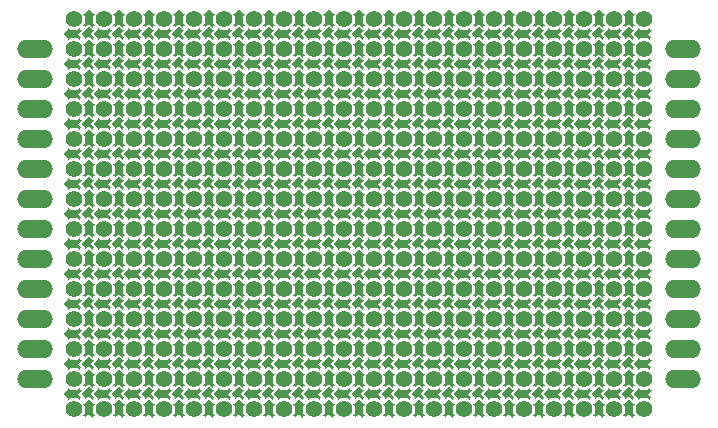
<source format=gbr>
G04 #@! TF.GenerationSoftware,KiCad,Pcbnew,9.0.1*
G04 #@! TF.CreationDate,2025-05-07T17:11:04-04:00*
G04 #@! TF.ProjectId,matrix-protoboard_14x20,6d617472-6978-42d7-9072-6f746f626f61,rev?*
G04 #@! TF.SameCoordinates,Original*
G04 #@! TF.FileFunction,Copper,L1,Top*
G04 #@! TF.FilePolarity,Positive*
%FSLAX46Y46*%
G04 Gerber Fmt 4.6, Leading zero omitted, Abs format (unit mm)*
G04 Created by KiCad (PCBNEW 9.0.1) date 2025-05-07 17:11:04*
%MOMM*%
%LPD*%
G01*
G04 APERTURE LIST*
G04 Aperture macros list*
%AMFreePoly0*
4,1,38,0.000354,0.765354,0.325208,0.440500,0.550000,0.440500,0.550354,0.440354,0.550500,0.440000,0.550354,0.439646,0.350500,0.239792,0.350500,-0.359792,0.550354,-0.559646,0.550500,-0.560000,0.550354,-0.560354,0.550000,-0.560500,0.338500,-0.560500,0.338500,-0.763000,0.338354,-0.763354,0.338000,-0.763500,0.337646,-0.763354,-0.000208,-0.425500,-0.009792,-0.425500,-0.347646,-0.763354,
-0.348000,-0.763500,-0.348354,-0.763354,-0.348500,-0.763000,-0.348500,-0.560500,-0.550000,-0.560500,-0.550354,-0.560354,-0.550500,-0.560000,-0.550354,-0.559646,-0.350500,-0.359792,-0.350500,0.239792,-0.550354,0.439646,-0.550500,0.440000,-0.550354,0.440354,-0.550000,0.440500,-0.325208,0.440500,-0.000354,0.765354,0.000000,0.765500,0.000354,0.765354,0.000354,0.765354,$1*%
%AMFreePoly1*
4,1,28,0.060354,0.560354,0.357208,0.263500,0.583000,0.263500,0.583354,0.263354,0.583500,0.263000,0.583354,0.262646,0.235708,-0.085000,0.582354,-0.431646,0.582500,-0.432000,0.582354,-0.432354,0.582000,-0.432500,0.407500,-0.432500,0.407500,-0.607000,0.407354,-0.607354,0.407000,-0.607500,0.406646,-0.607354,0.060000,-0.260708,-0.287646,-0.608354,-0.288000,-0.608500,-0.288354,-0.608354,
-0.288500,-0.608000,-0.288500,-0.382208,-0.585354,-0.085354,-0.585500,-0.085000,-0.585354,-0.084646,0.059646,0.560354,0.060000,0.560500,0.060354,0.560354,0.060354,0.560354,$1*%
G04 Aperture macros list end*
G04 #@! TA.AperFunction,ComponentPad*
%ADD10C,1.400000*%
G04 #@! TD*
G04 #@! TA.AperFunction,SMDPad,CuDef*
%ADD11FreePoly0,90.000000*%
G04 #@! TD*
G04 #@! TA.AperFunction,SMDPad,CuDef*
%ADD12FreePoly1,0.000000*%
G04 #@! TD*
G04 #@! TA.AperFunction,SMDPad,CuDef*
%ADD13FreePoly0,0.000000*%
G04 #@! TD*
G04 #@! TA.AperFunction,SMDPad,CuDef*
%ADD14O,3.048000X1.524000*%
G04 #@! TD*
G04 APERTURE END LIST*
D10*
X157470000Y-85580000D03*
X157470000Y-75420000D03*
D11*
X152330000Y-86850000D03*
D10*
X152390000Y-90660000D03*
X162550000Y-88120000D03*
D12*
X184080000Y-94385000D03*
X156140000Y-74065000D03*
D10*
X175250000Y-90660000D03*
D12*
X145980000Y-91845000D03*
D10*
X139690000Y-93200000D03*
D11*
X175190000Y-81770000D03*
D13*
X158740000Y-85520000D03*
X166360000Y-90600000D03*
D11*
X182810000Y-99550000D03*
X157410000Y-102090000D03*
D10*
X175250000Y-83040000D03*
D12*
X168840000Y-94385000D03*
D11*
X157410000Y-81770000D03*
X149790000Y-91930000D03*
D10*
X139690000Y-88120000D03*
X149850000Y-93200000D03*
D13*
X158740000Y-77900000D03*
D12*
X158680000Y-86765000D03*
D13*
X151120000Y-77900000D03*
D10*
X147310000Y-95740000D03*
D13*
X140960000Y-82980000D03*
X171440000Y-90600000D03*
X171440000Y-80440000D03*
X184140000Y-88060000D03*
D10*
X172710000Y-77960000D03*
D13*
X153660000Y-85520000D03*
X143500000Y-93140000D03*
X168900000Y-95680000D03*
D12*
X151060000Y-86765000D03*
D11*
X180270000Y-94470000D03*
X142170000Y-76690000D03*
D13*
X171440000Y-77900000D03*
X156200000Y-93140000D03*
D12*
X140900000Y-76605000D03*
D11*
X165030000Y-104630000D03*
D13*
X176520000Y-93140000D03*
D11*
X154870000Y-94470000D03*
X170110000Y-104630000D03*
X157410000Y-99550000D03*
X175190000Y-102090000D03*
X170110000Y-84310000D03*
D10*
X139690000Y-85580000D03*
X170170000Y-98280000D03*
D11*
X185350000Y-84310000D03*
D10*
X149850000Y-105900000D03*
D13*
X143500000Y-100760000D03*
D10*
X160010000Y-100820000D03*
D11*
X175190000Y-84310000D03*
X187890000Y-89390000D03*
D10*
X147310000Y-72880000D03*
D11*
X152330000Y-102090000D03*
D10*
X170170000Y-80500000D03*
D13*
X181600000Y-103300000D03*
X179060000Y-88060000D03*
D10*
X139690000Y-98280000D03*
X170170000Y-75420000D03*
D13*
X176520000Y-80440000D03*
D11*
X185350000Y-74150000D03*
D10*
X157470000Y-90660000D03*
D11*
X142170000Y-81770000D03*
D12*
X181540000Y-91845000D03*
D11*
X187890000Y-102090000D03*
X175190000Y-99550000D03*
X159950000Y-86850000D03*
X170110000Y-102090000D03*
X180270000Y-74150000D03*
D12*
X156140000Y-84225000D03*
D13*
X168900000Y-88060000D03*
D10*
X142230000Y-75420000D03*
D13*
X158740000Y-100760000D03*
D12*
X148520000Y-76605000D03*
D14*
X136386000Y-77960000D03*
D10*
X177790000Y-98280000D03*
D13*
X166360000Y-80440000D03*
D11*
X142170000Y-79230000D03*
D10*
X182870000Y-93200000D03*
D11*
X144710000Y-91930000D03*
D12*
X168840000Y-89305000D03*
D11*
X144710000Y-76690000D03*
D12*
X179000000Y-91845000D03*
D11*
X144710000Y-97010000D03*
D10*
X152390000Y-80500000D03*
D12*
X171380000Y-81685000D03*
D10*
X167630000Y-90660000D03*
D12*
X151060000Y-104545000D03*
X161220000Y-84225000D03*
D10*
X170170000Y-85580000D03*
D11*
X167570000Y-97010000D03*
X182810000Y-91930000D03*
D12*
X151060000Y-79145000D03*
X168840000Y-74065000D03*
X158680000Y-89305000D03*
D10*
X149850000Y-103360000D03*
D13*
X156200000Y-88060000D03*
D10*
X154930000Y-95740000D03*
X149850000Y-95740000D03*
D11*
X172650000Y-91930000D03*
D14*
X136386000Y-85580000D03*
D12*
X186620000Y-99465000D03*
D13*
X176520000Y-95680000D03*
D12*
X173920000Y-86765000D03*
D10*
X160010000Y-93200000D03*
D11*
X147250000Y-76690000D03*
D12*
X181540000Y-96925000D03*
X145980000Y-99465000D03*
D11*
X167570000Y-94470000D03*
D10*
X144770000Y-93200000D03*
X172710000Y-88120000D03*
X170170000Y-88120000D03*
D12*
X171380000Y-84225000D03*
X176460000Y-86765000D03*
D11*
X177730000Y-89390000D03*
D10*
X160010000Y-103360000D03*
D11*
X144710000Y-84310000D03*
D10*
X172710000Y-90660000D03*
X142230000Y-83040000D03*
D11*
X159950000Y-104630000D03*
X172650000Y-84310000D03*
D10*
X165090000Y-80500000D03*
D12*
X156140000Y-89305000D03*
D11*
X170110000Y-91930000D03*
D10*
X162550000Y-105900000D03*
D11*
X165030000Y-81770000D03*
X147250000Y-89390000D03*
X139630000Y-74150000D03*
D12*
X179000000Y-104545000D03*
D13*
X181600000Y-80440000D03*
D11*
X154870000Y-84310000D03*
D10*
X167630000Y-95740000D03*
D14*
X191250000Y-80500000D03*
D13*
X173980000Y-100760000D03*
D12*
X181540000Y-79145000D03*
X166300000Y-96925000D03*
X161220000Y-74065000D03*
D11*
X149790000Y-94470000D03*
D13*
X166360000Y-100760000D03*
D10*
X172710000Y-100820000D03*
X185410000Y-75420000D03*
D11*
X175190000Y-94470000D03*
D13*
X181600000Y-85520000D03*
D11*
X159950000Y-94470000D03*
D10*
X177790000Y-103360000D03*
D11*
X162490000Y-94470000D03*
D13*
X148580000Y-103300000D03*
D14*
X136386000Y-95740000D03*
D11*
X144710000Y-74150000D03*
D12*
X168840000Y-96925000D03*
D11*
X139630000Y-91930000D03*
X159950000Y-79230000D03*
D10*
X157470000Y-95740000D03*
X185410000Y-100820000D03*
D13*
X153660000Y-90600000D03*
D12*
X156140000Y-94385000D03*
D11*
X177730000Y-81770000D03*
X172650000Y-99550000D03*
D10*
X182870000Y-90660000D03*
X167630000Y-103360000D03*
D11*
X182810000Y-102090000D03*
D13*
X156200000Y-85520000D03*
D12*
X148520000Y-74065000D03*
D13*
X153660000Y-100760000D03*
X143500000Y-72820000D03*
X163820000Y-82980000D03*
D11*
X165030000Y-94470000D03*
D12*
X186620000Y-86765000D03*
D14*
X191250000Y-98280000D03*
D13*
X151120000Y-95680000D03*
D10*
X167630000Y-98280000D03*
X180330000Y-90660000D03*
X167630000Y-93200000D03*
X162550000Y-77960000D03*
D11*
X157410000Y-89390000D03*
X152330000Y-99550000D03*
D10*
X180330000Y-72880000D03*
X139690000Y-75420000D03*
D12*
X151060000Y-102005000D03*
X140900000Y-96925000D03*
D11*
X154870000Y-86850000D03*
D12*
X145980000Y-74065000D03*
D13*
X158740000Y-82980000D03*
D10*
X172710000Y-85580000D03*
D11*
X177730000Y-86850000D03*
X144710000Y-94470000D03*
D10*
X157470000Y-100820000D03*
D13*
X173980000Y-72820000D03*
X179060000Y-98220000D03*
D11*
X167570000Y-104630000D03*
D10*
X182870000Y-100820000D03*
D11*
X185350000Y-89390000D03*
D12*
X186620000Y-91845000D03*
D13*
X186680000Y-77900000D03*
D14*
X136386000Y-80500000D03*
D10*
X149850000Y-90660000D03*
D13*
X143500000Y-75360000D03*
D10*
X152390000Y-77960000D03*
D11*
X159950000Y-84310000D03*
D10*
X152390000Y-98280000D03*
X144770000Y-88120000D03*
D14*
X136386000Y-103360000D03*
D10*
X170170000Y-95740000D03*
D12*
X181540000Y-81685000D03*
D10*
X165090000Y-88120000D03*
D13*
X156200000Y-90600000D03*
D10*
X170170000Y-103360000D03*
D12*
X163760000Y-79145000D03*
D11*
X154870000Y-79230000D03*
X175190000Y-86850000D03*
D13*
X176520000Y-88060000D03*
D11*
X149790000Y-74150000D03*
D13*
X161280000Y-77900000D03*
D10*
X160010000Y-83040000D03*
D13*
X148580000Y-80440000D03*
X140960000Y-105840000D03*
D10*
X142230000Y-100820000D03*
X142230000Y-88120000D03*
D11*
X139630000Y-97010000D03*
D10*
X154930000Y-98280000D03*
D13*
X146040000Y-85520000D03*
D11*
X167570000Y-102090000D03*
D13*
X148580000Y-77900000D03*
D12*
X176460000Y-84225000D03*
D13*
X173980000Y-75360000D03*
X156200000Y-95680000D03*
D10*
X180330000Y-98280000D03*
D12*
X173920000Y-91845000D03*
D10*
X152390000Y-93200000D03*
D13*
X166360000Y-85520000D03*
D10*
X144770000Y-75420000D03*
D13*
X140960000Y-93140000D03*
D12*
X181540000Y-89305000D03*
D13*
X186680000Y-93140000D03*
X181600000Y-98220000D03*
D11*
X144710000Y-89390000D03*
X167570000Y-81770000D03*
X154870000Y-97010000D03*
X142170000Y-102090000D03*
D10*
X147310000Y-93200000D03*
D12*
X168840000Y-81685000D03*
X161220000Y-94385000D03*
D10*
X172710000Y-93200000D03*
D13*
X181600000Y-105840000D03*
D11*
X152330000Y-74150000D03*
D10*
X182870000Y-85580000D03*
X160010000Y-80500000D03*
D13*
X179060000Y-82980000D03*
D12*
X161220000Y-81685000D03*
D10*
X177790000Y-72880000D03*
D14*
X191250000Y-75420000D03*
D13*
X171440000Y-98220000D03*
D11*
X154870000Y-104630000D03*
D10*
X152390000Y-103360000D03*
X142230000Y-93200000D03*
D12*
X153600000Y-74065000D03*
D10*
X154930000Y-72880000D03*
D11*
X172650000Y-89390000D03*
D13*
X166360000Y-98220000D03*
X151120000Y-72820000D03*
D12*
X179000000Y-74065000D03*
X171380000Y-99465000D03*
D13*
X184140000Y-85520000D03*
D10*
X177790000Y-95740000D03*
X147310000Y-80500000D03*
D11*
X152330000Y-81770000D03*
D12*
X140900000Y-81685000D03*
D11*
X162490000Y-86850000D03*
D10*
X185410000Y-105900000D03*
X162550000Y-100820000D03*
D12*
X163760000Y-84225000D03*
D10*
X157470000Y-105900000D03*
D11*
X185350000Y-81770000D03*
D10*
X187950000Y-105900000D03*
D11*
X159950000Y-74150000D03*
D12*
X145980000Y-84225000D03*
D10*
X180330000Y-88120000D03*
X149850000Y-72880000D03*
X180330000Y-95740000D03*
X172710000Y-95740000D03*
X154930000Y-88120000D03*
D11*
X154870000Y-99550000D03*
D10*
X177790000Y-105900000D03*
D11*
X172650000Y-81770000D03*
D12*
X179000000Y-94385000D03*
D13*
X156200000Y-80440000D03*
D11*
X187890000Y-97010000D03*
X144710000Y-102090000D03*
D13*
X181600000Y-93140000D03*
D11*
X152330000Y-104630000D03*
D13*
X166360000Y-93140000D03*
D10*
X142230000Y-85580000D03*
D13*
X143500000Y-85520000D03*
X163820000Y-93140000D03*
D14*
X191250000Y-103360000D03*
D13*
X148580000Y-82980000D03*
D11*
X187890000Y-99550000D03*
D13*
X158740000Y-88060000D03*
D12*
X179000000Y-86765000D03*
D13*
X173980000Y-82980000D03*
D12*
X145980000Y-79145000D03*
X181540000Y-84225000D03*
D11*
X177730000Y-76690000D03*
D10*
X149850000Y-88120000D03*
D13*
X179060000Y-90600000D03*
X140960000Y-95680000D03*
X158740000Y-75360000D03*
D12*
X153600000Y-84225000D03*
D13*
X166360000Y-88060000D03*
X161280000Y-85520000D03*
D11*
X165030000Y-74150000D03*
D13*
X168900000Y-77900000D03*
D12*
X161220000Y-96925000D03*
D11*
X165030000Y-102090000D03*
D13*
X186680000Y-105840000D03*
D10*
X187950000Y-103360000D03*
D13*
X148580000Y-93140000D03*
D11*
X162490000Y-102090000D03*
D13*
X146040000Y-105840000D03*
D12*
X173920000Y-102005000D03*
D13*
X176520000Y-82980000D03*
D11*
X170110000Y-74150000D03*
D13*
X163820000Y-88060000D03*
D11*
X180270000Y-76690000D03*
D10*
X142230000Y-98280000D03*
D14*
X136386000Y-75420000D03*
D13*
X173980000Y-77900000D03*
D10*
X182870000Y-103360000D03*
X172710000Y-80500000D03*
X175250000Y-77960000D03*
X172710000Y-98280000D03*
X187950000Y-77960000D03*
D13*
X163820000Y-72820000D03*
X140960000Y-98220000D03*
X151120000Y-88060000D03*
X158740000Y-95680000D03*
D10*
X182870000Y-72880000D03*
X172710000Y-83040000D03*
D13*
X173980000Y-93140000D03*
D11*
X187890000Y-91930000D03*
D13*
X161280000Y-105840000D03*
D12*
X186620000Y-102005000D03*
D10*
X162550000Y-103360000D03*
D11*
X147250000Y-84310000D03*
D13*
X146040000Y-75360000D03*
D11*
X147250000Y-97010000D03*
D12*
X181540000Y-86765000D03*
D14*
X191250000Y-77960000D03*
D12*
X145980000Y-81685000D03*
D11*
X139630000Y-104630000D03*
D10*
X139690000Y-95740000D03*
X187950000Y-75420000D03*
D13*
X158740000Y-93140000D03*
D10*
X139690000Y-100820000D03*
X185410000Y-98280000D03*
D13*
X179060000Y-103300000D03*
D11*
X187890000Y-94470000D03*
D13*
X161280000Y-95680000D03*
X166360000Y-95680000D03*
D14*
X191250000Y-83040000D03*
D10*
X177790000Y-88120000D03*
D12*
X186620000Y-74065000D03*
D11*
X185350000Y-99550000D03*
D13*
X186680000Y-98220000D03*
D12*
X184080000Y-86765000D03*
D14*
X136386000Y-93200000D03*
D12*
X168840000Y-79145000D03*
D11*
X182810000Y-81770000D03*
D10*
X139690000Y-90660000D03*
D13*
X168900000Y-105840000D03*
D10*
X144770000Y-83040000D03*
X147310000Y-77960000D03*
X147310000Y-83040000D03*
D13*
X161280000Y-72820000D03*
D11*
X147250000Y-74150000D03*
D12*
X143440000Y-74065000D03*
D13*
X148580000Y-90600000D03*
D11*
X175190000Y-104630000D03*
X157410000Y-79230000D03*
D10*
X180330000Y-93200000D03*
D11*
X149790000Y-79230000D03*
D10*
X149850000Y-85580000D03*
X144770000Y-72880000D03*
X160010000Y-105900000D03*
D12*
X156140000Y-79145000D03*
D13*
X153660000Y-75360000D03*
D12*
X153600000Y-94385000D03*
D10*
X177790000Y-93200000D03*
D11*
X149790000Y-86850000D03*
X147250000Y-94470000D03*
X162490000Y-76690000D03*
D10*
X149850000Y-83040000D03*
D12*
X143440000Y-104545000D03*
D13*
X173980000Y-98220000D03*
D10*
X180330000Y-75420000D03*
D12*
X161220000Y-102005000D03*
D13*
X156200000Y-103300000D03*
D12*
X148520000Y-84225000D03*
X140900000Y-102005000D03*
D13*
X184140000Y-90600000D03*
D12*
X148520000Y-86765000D03*
X145980000Y-102005000D03*
D13*
X146040000Y-82980000D03*
D10*
X160010000Y-72880000D03*
X142230000Y-103360000D03*
D13*
X173980000Y-80440000D03*
D11*
X147250000Y-91930000D03*
X180270000Y-84310000D03*
D10*
X185410000Y-85580000D03*
D11*
X187890000Y-79230000D03*
X180270000Y-97010000D03*
D12*
X158680000Y-99465000D03*
X179000000Y-84225000D03*
D13*
X156200000Y-72820000D03*
D10*
X180330000Y-103360000D03*
D11*
X182810000Y-86850000D03*
X154870000Y-91930000D03*
X144710000Y-99550000D03*
X167570000Y-89390000D03*
D13*
X140960000Y-90600000D03*
D12*
X168840000Y-86765000D03*
D10*
X167630000Y-75420000D03*
D12*
X171380000Y-91845000D03*
D10*
X172710000Y-105900000D03*
X182870000Y-98280000D03*
D11*
X165030000Y-91930000D03*
D13*
X148580000Y-85520000D03*
D12*
X166300000Y-76605000D03*
X143440000Y-76605000D03*
D11*
X147250000Y-86850000D03*
D12*
X181540000Y-104545000D03*
X184080000Y-79145000D03*
X166300000Y-99465000D03*
D10*
X175250000Y-100820000D03*
D13*
X168900000Y-75360000D03*
D12*
X161220000Y-76605000D03*
X143440000Y-84225000D03*
X176460000Y-76605000D03*
D11*
X187890000Y-84310000D03*
D13*
X171440000Y-88060000D03*
D12*
X171380000Y-74065000D03*
D11*
X180270000Y-81770000D03*
D10*
X144770000Y-95740000D03*
D12*
X158680000Y-84225000D03*
D13*
X153660000Y-82980000D03*
D11*
X177730000Y-104630000D03*
D10*
X142230000Y-95740000D03*
D12*
X161220000Y-89305000D03*
X148520000Y-81685000D03*
D10*
X157470000Y-83040000D03*
D13*
X179060000Y-93140000D03*
D10*
X144770000Y-103360000D03*
D13*
X173980000Y-105840000D03*
X171440000Y-100760000D03*
D11*
X177730000Y-91930000D03*
D13*
X158740000Y-103300000D03*
D12*
X176460000Y-104545000D03*
D11*
X172650000Y-74150000D03*
D10*
X172710000Y-103360000D03*
X154930000Y-90660000D03*
D13*
X163820000Y-103300000D03*
D14*
X136386000Y-98280000D03*
D10*
X165090000Y-98280000D03*
D13*
X148580000Y-75360000D03*
D12*
X140900000Y-89305000D03*
D10*
X160010000Y-85580000D03*
D12*
X184080000Y-81685000D03*
D11*
X154870000Y-81770000D03*
D12*
X176460000Y-74065000D03*
D13*
X158740000Y-98220000D03*
D12*
X143440000Y-86765000D03*
D13*
X166360000Y-105840000D03*
D12*
X151060000Y-94385000D03*
D11*
X157410000Y-104630000D03*
D13*
X156200000Y-82980000D03*
D11*
X180270000Y-104630000D03*
X175190000Y-79230000D03*
D10*
X162550000Y-98280000D03*
D13*
X151120000Y-100760000D03*
X181600000Y-95680000D03*
D11*
X147250000Y-99550000D03*
X177730000Y-97010000D03*
D13*
X166360000Y-72820000D03*
D12*
X148520000Y-104545000D03*
X166300000Y-94385000D03*
D10*
X139690000Y-72880000D03*
D11*
X170110000Y-79230000D03*
D12*
X176460000Y-89305000D03*
X143440000Y-102005000D03*
X148520000Y-79145000D03*
D11*
X139630000Y-84310000D03*
X172650000Y-102090000D03*
D13*
X146040000Y-72820000D03*
D10*
X162550000Y-90660000D03*
D11*
X144710000Y-86850000D03*
D12*
X151060000Y-91845000D03*
D11*
X172650000Y-97010000D03*
D12*
X161220000Y-79145000D03*
D11*
X144710000Y-104630000D03*
D12*
X173920000Y-84225000D03*
D10*
X144770000Y-100820000D03*
X187950000Y-95740000D03*
D11*
X180270000Y-99550000D03*
X185350000Y-104630000D03*
D10*
X187950000Y-85580000D03*
D13*
X148580000Y-100760000D03*
D12*
X156140000Y-99465000D03*
X179000000Y-79145000D03*
D13*
X176520000Y-90600000D03*
D12*
X168840000Y-84225000D03*
D13*
X181600000Y-88060000D03*
D12*
X156140000Y-102005000D03*
X148520000Y-99465000D03*
X176460000Y-79145000D03*
D11*
X187890000Y-104630000D03*
D14*
X191250000Y-90660000D03*
D13*
X148580000Y-95680000D03*
D11*
X165030000Y-79230000D03*
D10*
X175250000Y-85580000D03*
D12*
X163760000Y-102005000D03*
D13*
X171440000Y-82980000D03*
D12*
X163760000Y-89305000D03*
D10*
X144770000Y-80500000D03*
D12*
X143440000Y-99465000D03*
D11*
X170110000Y-81770000D03*
D10*
X139690000Y-80500000D03*
D12*
X173920000Y-94385000D03*
X158680000Y-96925000D03*
D10*
X147310000Y-88120000D03*
X142230000Y-72880000D03*
D11*
X175190000Y-74150000D03*
D13*
X181600000Y-72820000D03*
D12*
X163760000Y-76605000D03*
D10*
X175250000Y-75420000D03*
D13*
X146040000Y-100760000D03*
D11*
X152330000Y-76690000D03*
X162490000Y-84310000D03*
D10*
X147310000Y-105900000D03*
D11*
X177730000Y-94470000D03*
D10*
X152390000Y-100820000D03*
X154930000Y-100820000D03*
D11*
X182810000Y-74150000D03*
D10*
X147310000Y-103360000D03*
X175250000Y-93200000D03*
D13*
X181600000Y-75360000D03*
D10*
X180330000Y-100820000D03*
D13*
X166360000Y-77900000D03*
D11*
X165030000Y-86850000D03*
D12*
X156140000Y-81685000D03*
D10*
X144770000Y-98280000D03*
X167630000Y-85580000D03*
D13*
X163820000Y-90600000D03*
D11*
X142170000Y-97010000D03*
X175190000Y-76690000D03*
D12*
X181540000Y-102005000D03*
D11*
X180270000Y-89390000D03*
D14*
X191250000Y-93200000D03*
X191250000Y-100820000D03*
D13*
X163820000Y-85520000D03*
D12*
X153600000Y-99465000D03*
D13*
X186680000Y-80440000D03*
D10*
X157470000Y-80500000D03*
X165090000Y-83040000D03*
X170170000Y-105900000D03*
D13*
X140960000Y-77900000D03*
X166360000Y-103300000D03*
D11*
X154870000Y-89390000D03*
D13*
X143500000Y-95680000D03*
X163820000Y-98220000D03*
D10*
X162550000Y-83040000D03*
D11*
X157410000Y-76690000D03*
X142170000Y-89390000D03*
X182810000Y-104630000D03*
D10*
X154930000Y-105900000D03*
X175250000Y-98280000D03*
D13*
X156200000Y-98220000D03*
D11*
X187890000Y-86850000D03*
D10*
X152390000Y-85580000D03*
D13*
X186680000Y-88060000D03*
D10*
X152390000Y-105900000D03*
D13*
X179060000Y-85520000D03*
D12*
X171380000Y-94385000D03*
X173920000Y-99465000D03*
D11*
X159950000Y-81770000D03*
X139630000Y-76690000D03*
D12*
X145980000Y-96925000D03*
D10*
X187950000Y-93200000D03*
D12*
X186620000Y-104545000D03*
X171380000Y-76605000D03*
D10*
X154930000Y-83040000D03*
X180330000Y-80500000D03*
D13*
X161280000Y-93140000D03*
D12*
X161220000Y-99465000D03*
D10*
X162550000Y-72880000D03*
D11*
X162490000Y-74150000D03*
D13*
X181600000Y-90600000D03*
D10*
X170170000Y-72880000D03*
D11*
X159950000Y-99550000D03*
D10*
X157470000Y-98280000D03*
X187950000Y-83040000D03*
D12*
X163760000Y-94385000D03*
D11*
X187890000Y-81770000D03*
X162490000Y-104630000D03*
D13*
X146040000Y-98220000D03*
D11*
X172650000Y-104630000D03*
D12*
X186620000Y-81685000D03*
D11*
X175190000Y-97010000D03*
X147250000Y-102090000D03*
D13*
X184140000Y-75360000D03*
X143500000Y-77900000D03*
D10*
X180330000Y-83040000D03*
D11*
X167570000Y-84310000D03*
D12*
X171380000Y-79145000D03*
X166300000Y-91845000D03*
X179000000Y-76605000D03*
X184080000Y-102005000D03*
D13*
X156200000Y-105840000D03*
X186680000Y-100760000D03*
D11*
X157410000Y-91930000D03*
D12*
X179000000Y-99465000D03*
X168840000Y-99465000D03*
D11*
X172650000Y-86850000D03*
D13*
X151120000Y-90600000D03*
X168900000Y-100760000D03*
D12*
X158680000Y-94385000D03*
X168840000Y-91845000D03*
X179000000Y-102005000D03*
D10*
X170170000Y-90660000D03*
D13*
X153660000Y-105840000D03*
D12*
X173920000Y-81685000D03*
X186620000Y-96925000D03*
D10*
X144770000Y-85580000D03*
D12*
X179000000Y-96925000D03*
D10*
X157470000Y-88120000D03*
D13*
X153660000Y-77900000D03*
X143500000Y-103300000D03*
D12*
X173920000Y-79145000D03*
D11*
X177730000Y-84310000D03*
D12*
X171380000Y-104545000D03*
D13*
X143500000Y-98220000D03*
D12*
X173920000Y-76605000D03*
X156140000Y-104545000D03*
D11*
X139630000Y-99550000D03*
D10*
X157470000Y-103360000D03*
X177790000Y-90660000D03*
X167630000Y-100820000D03*
D11*
X142170000Y-86850000D03*
D13*
X151120000Y-75360000D03*
X143500000Y-88060000D03*
D11*
X172650000Y-94470000D03*
D13*
X186680000Y-90600000D03*
D11*
X139630000Y-89390000D03*
D13*
X140960000Y-85520000D03*
D12*
X179000000Y-89305000D03*
D10*
X167630000Y-77960000D03*
D13*
X148580000Y-98220000D03*
D12*
X140900000Y-99465000D03*
D11*
X152330000Y-84310000D03*
D12*
X166300000Y-79145000D03*
X163760000Y-99465000D03*
D13*
X179060000Y-100760000D03*
X140960000Y-80440000D03*
D10*
X182870000Y-88120000D03*
X175250000Y-72880000D03*
D13*
X176520000Y-75360000D03*
D11*
X182810000Y-94470000D03*
X154870000Y-76690000D03*
D13*
X173980000Y-103300000D03*
X179060000Y-80440000D03*
D11*
X152330000Y-79230000D03*
X167570000Y-76690000D03*
D12*
X153600000Y-86765000D03*
X158680000Y-79145000D03*
D11*
X149790000Y-84310000D03*
D10*
X144770000Y-105900000D03*
X147310000Y-75420000D03*
D13*
X151120000Y-85520000D03*
D12*
X168840000Y-102005000D03*
D13*
X179060000Y-77900000D03*
D11*
X147250000Y-79230000D03*
X172650000Y-76690000D03*
D10*
X170170000Y-77960000D03*
D12*
X168840000Y-104545000D03*
D14*
X136386000Y-90660000D03*
D12*
X166300000Y-104545000D03*
D13*
X184140000Y-98220000D03*
D11*
X157410000Y-86850000D03*
X154870000Y-102090000D03*
D10*
X162550000Y-75420000D03*
X142230000Y-80500000D03*
D12*
X153600000Y-96925000D03*
D13*
X153660000Y-88060000D03*
X186680000Y-75360000D03*
D12*
X156140000Y-91845000D03*
X163760000Y-86765000D03*
X179000000Y-81685000D03*
D11*
X177730000Y-99550000D03*
D12*
X181540000Y-99465000D03*
X176460000Y-94385000D03*
X186620000Y-84225000D03*
D11*
X152330000Y-97010000D03*
X165030000Y-99550000D03*
D12*
X158680000Y-104545000D03*
D14*
X191250000Y-95740000D03*
D10*
X162550000Y-85580000D03*
D12*
X140900000Y-91845000D03*
D13*
X179060000Y-95680000D03*
D10*
X185410000Y-95740000D03*
D13*
X168900000Y-85520000D03*
D10*
X152390000Y-95740000D03*
D13*
X148580000Y-105840000D03*
D12*
X153600000Y-81685000D03*
D11*
X182810000Y-89390000D03*
X182810000Y-97010000D03*
X147250000Y-104630000D03*
D12*
X151060000Y-99465000D03*
D13*
X158740000Y-90600000D03*
D11*
X165030000Y-97010000D03*
D13*
X161280000Y-80440000D03*
D12*
X145980000Y-89305000D03*
D10*
X187950000Y-72880000D03*
D11*
X142170000Y-104630000D03*
X162490000Y-99550000D03*
D12*
X158680000Y-76605000D03*
D10*
X165090000Y-90660000D03*
D11*
X170110000Y-94470000D03*
D12*
X181540000Y-74065000D03*
D13*
X146040000Y-103300000D03*
D12*
X148520000Y-102005000D03*
D13*
X153660000Y-72820000D03*
D12*
X145980000Y-86765000D03*
X140900000Y-104545000D03*
D13*
X163820000Y-100760000D03*
X186680000Y-95680000D03*
D10*
X165090000Y-85580000D03*
D13*
X143500000Y-80440000D03*
D12*
X186620000Y-79145000D03*
D13*
X181600000Y-77900000D03*
D12*
X161220000Y-104545000D03*
D14*
X191250000Y-85580000D03*
D13*
X146040000Y-95680000D03*
X166360000Y-82980000D03*
X151120000Y-105840000D03*
X156200000Y-100760000D03*
X140960000Y-75360000D03*
D12*
X151060000Y-74065000D03*
X176460000Y-96925000D03*
D13*
X143500000Y-105840000D03*
D12*
X153600000Y-91845000D03*
D10*
X147310000Y-90660000D03*
D11*
X185350000Y-76690000D03*
X185350000Y-94470000D03*
D13*
X173980000Y-85520000D03*
D12*
X151060000Y-76605000D03*
D10*
X175250000Y-95740000D03*
X152390000Y-83040000D03*
D13*
X146040000Y-88060000D03*
X171440000Y-93140000D03*
X176520000Y-72820000D03*
D12*
X140900000Y-86765000D03*
D10*
X185410000Y-103360000D03*
D11*
X162490000Y-89390000D03*
D12*
X140900000Y-84225000D03*
D13*
X153660000Y-93140000D03*
D10*
X154930000Y-103360000D03*
D11*
X185350000Y-91930000D03*
D10*
X182870000Y-105900000D03*
D12*
X163760000Y-74065000D03*
D10*
X187950000Y-98280000D03*
D11*
X170110000Y-76690000D03*
D12*
X143440000Y-89305000D03*
D13*
X179060000Y-75360000D03*
X181600000Y-82980000D03*
D12*
X173920000Y-74065000D03*
D13*
X143500000Y-82980000D03*
D12*
X151060000Y-84225000D03*
D13*
X171440000Y-75360000D03*
D12*
X166300000Y-81685000D03*
D13*
X146040000Y-80440000D03*
X151120000Y-93140000D03*
D11*
X152330000Y-94470000D03*
D13*
X179060000Y-72820000D03*
D11*
X170110000Y-97010000D03*
D13*
X163820000Y-95680000D03*
D11*
X157410000Y-94470000D03*
D13*
X168900000Y-82980000D03*
X186680000Y-85520000D03*
X176520000Y-105840000D03*
D12*
X186620000Y-76605000D03*
D13*
X153660000Y-98220000D03*
D12*
X158680000Y-102005000D03*
D13*
X186680000Y-72820000D03*
X168900000Y-103300000D03*
D10*
X177790000Y-85580000D03*
D11*
X182810000Y-79230000D03*
D10*
X152390000Y-72880000D03*
X139690000Y-105900000D03*
D13*
X166360000Y-75360000D03*
D10*
X154930000Y-77960000D03*
D12*
X158680000Y-91845000D03*
D11*
X172650000Y-79230000D03*
D13*
X168900000Y-80440000D03*
D11*
X144710000Y-81770000D03*
X162490000Y-91930000D03*
X165030000Y-84310000D03*
D13*
X168900000Y-72820000D03*
D10*
X147310000Y-98280000D03*
D11*
X185350000Y-86850000D03*
D12*
X161220000Y-91845000D03*
D11*
X142170000Y-94470000D03*
D10*
X187950000Y-100820000D03*
D13*
X158740000Y-72820000D03*
D11*
X167570000Y-91930000D03*
X182810000Y-84310000D03*
D10*
X172710000Y-75420000D03*
D11*
X182810000Y-76690000D03*
D13*
X171440000Y-72820000D03*
D10*
X187950000Y-80500000D03*
D12*
X153600000Y-89305000D03*
X158680000Y-74065000D03*
X143440000Y-79145000D03*
D10*
X165090000Y-75420000D03*
D11*
X149790000Y-99550000D03*
D10*
X177790000Y-75420000D03*
D13*
X161280000Y-103300000D03*
D12*
X166300000Y-89305000D03*
X173920000Y-104545000D03*
D11*
X170110000Y-86850000D03*
D10*
X162550000Y-93200000D03*
X180330000Y-85580000D03*
D13*
X176520000Y-77900000D03*
D14*
X136386000Y-83040000D03*
D12*
X148520000Y-89305000D03*
D10*
X139690000Y-77960000D03*
X160010000Y-88120000D03*
D13*
X176520000Y-103300000D03*
D12*
X184080000Y-89305000D03*
D13*
X173980000Y-90600000D03*
D10*
X165090000Y-105900000D03*
D12*
X176460000Y-81685000D03*
D11*
X149790000Y-81770000D03*
D12*
X171380000Y-89305000D03*
X184080000Y-91845000D03*
D11*
X139630000Y-102090000D03*
D13*
X146040000Y-77900000D03*
D11*
X180270000Y-79230000D03*
D13*
X161280000Y-82980000D03*
D12*
X151060000Y-81685000D03*
D13*
X140960000Y-103300000D03*
D11*
X157410000Y-74150000D03*
D13*
X176520000Y-98220000D03*
D11*
X142170000Y-84310000D03*
D13*
X184140000Y-100760000D03*
D11*
X152330000Y-89390000D03*
D10*
X187950000Y-88120000D03*
D13*
X181600000Y-100760000D03*
D10*
X185410000Y-90660000D03*
D13*
X168900000Y-93140000D03*
D10*
X165090000Y-72880000D03*
X160010000Y-90660000D03*
X182870000Y-75420000D03*
D13*
X146040000Y-93140000D03*
D11*
X177730000Y-74150000D03*
X159950000Y-89390000D03*
D10*
X167630000Y-72880000D03*
D12*
X184080000Y-104545000D03*
D10*
X182870000Y-83040000D03*
X160010000Y-98280000D03*
D12*
X145980000Y-76605000D03*
D11*
X180270000Y-86850000D03*
D13*
X148580000Y-72820000D03*
D11*
X149790000Y-89390000D03*
X149790000Y-104630000D03*
D13*
X161280000Y-90600000D03*
D12*
X156140000Y-96925000D03*
D10*
X175250000Y-88120000D03*
D12*
X143440000Y-96925000D03*
D13*
X184140000Y-103300000D03*
D12*
X143440000Y-94385000D03*
D11*
X175190000Y-91930000D03*
D13*
X151120000Y-103300000D03*
D10*
X165090000Y-95740000D03*
D13*
X151120000Y-98220000D03*
D12*
X145980000Y-104545000D03*
X186620000Y-94385000D03*
D11*
X159950000Y-76690000D03*
D12*
X186620000Y-89305000D03*
D10*
X175250000Y-80500000D03*
X162550000Y-80500000D03*
D11*
X167570000Y-99550000D03*
X152330000Y-91930000D03*
D13*
X140960000Y-100760000D03*
D12*
X161220000Y-86765000D03*
D10*
X157470000Y-72880000D03*
D11*
X149790000Y-102090000D03*
X162490000Y-79230000D03*
D10*
X170170000Y-100820000D03*
D12*
X143440000Y-81685000D03*
D13*
X179060000Y-105840000D03*
D11*
X167570000Y-74150000D03*
D13*
X140960000Y-88060000D03*
D12*
X153600000Y-76605000D03*
D13*
X171440000Y-85520000D03*
X184140000Y-93140000D03*
D10*
X185410000Y-77960000D03*
D12*
X140900000Y-79145000D03*
D13*
X184140000Y-80440000D03*
X173980000Y-88060000D03*
D12*
X163760000Y-96925000D03*
D11*
X162490000Y-97010000D03*
X187890000Y-74150000D03*
D10*
X182870000Y-80500000D03*
D11*
X144710000Y-79230000D03*
D10*
X142230000Y-105900000D03*
X165090000Y-103360000D03*
D13*
X171440000Y-105840000D03*
D10*
X167630000Y-83040000D03*
X165090000Y-93200000D03*
D13*
X143500000Y-90600000D03*
D10*
X167630000Y-88120000D03*
D12*
X166300000Y-102005000D03*
D13*
X176520000Y-100760000D03*
X148580000Y-88060000D03*
X161280000Y-75360000D03*
D12*
X153600000Y-79145000D03*
D13*
X161280000Y-100760000D03*
X171440000Y-95680000D03*
D10*
X175250000Y-103360000D03*
X154930000Y-75420000D03*
D11*
X139630000Y-81770000D03*
D10*
X170170000Y-83040000D03*
D11*
X170110000Y-99550000D03*
D12*
X184080000Y-76605000D03*
X166300000Y-74065000D03*
X184080000Y-84225000D03*
D14*
X191250000Y-88120000D03*
D12*
X168840000Y-76605000D03*
X176460000Y-91845000D03*
D13*
X186680000Y-82980000D03*
X163820000Y-105840000D03*
D12*
X166300000Y-86765000D03*
D13*
X156200000Y-75360000D03*
D11*
X185350000Y-79230000D03*
D14*
X136386000Y-88120000D03*
D12*
X153600000Y-104545000D03*
D11*
X162490000Y-81770000D03*
X187890000Y-76690000D03*
D12*
X176460000Y-99465000D03*
X148520000Y-94385000D03*
D10*
X157470000Y-77960000D03*
D13*
X186680000Y-103300000D03*
D12*
X171380000Y-86765000D03*
D11*
X154870000Y-74150000D03*
D12*
X171380000Y-96925000D03*
D11*
X185350000Y-97010000D03*
D10*
X185410000Y-80500000D03*
D12*
X181540000Y-76605000D03*
D11*
X149790000Y-76690000D03*
D12*
X173920000Y-96925000D03*
D13*
X158740000Y-105840000D03*
D10*
X154930000Y-80500000D03*
D13*
X146040000Y-90600000D03*
D10*
X177790000Y-80500000D03*
D12*
X151060000Y-89305000D03*
D10*
X185410000Y-93200000D03*
X149850000Y-80500000D03*
X152390000Y-88120000D03*
X160010000Y-95740000D03*
X144770000Y-77960000D03*
X165090000Y-77960000D03*
X180330000Y-105900000D03*
X149850000Y-100820000D03*
X139690000Y-83040000D03*
X187950000Y-90660000D03*
X172710000Y-72880000D03*
D12*
X163760000Y-104545000D03*
D11*
X165030000Y-76690000D03*
D12*
X148520000Y-96925000D03*
D11*
X147250000Y-81770000D03*
X142170000Y-74150000D03*
X167570000Y-79230000D03*
D13*
X161280000Y-88060000D03*
D11*
X165030000Y-89390000D03*
D10*
X144770000Y-90660000D03*
X149850000Y-75420000D03*
X157470000Y-93200000D03*
D13*
X184140000Y-82980000D03*
D11*
X177730000Y-102090000D03*
D13*
X173980000Y-95680000D03*
X184140000Y-77900000D03*
D10*
X149850000Y-77960000D03*
X177790000Y-77960000D03*
D12*
X140900000Y-94385000D03*
D11*
X139630000Y-94470000D03*
D12*
X153600000Y-102005000D03*
D11*
X157410000Y-97010000D03*
D10*
X162550000Y-95740000D03*
D11*
X185350000Y-102090000D03*
D13*
X184140000Y-105840000D03*
D10*
X185410000Y-88120000D03*
X182870000Y-95740000D03*
X142230000Y-77960000D03*
X154930000Y-85580000D03*
X160010000Y-75420000D03*
X185410000Y-83040000D03*
X182870000Y-77960000D03*
X152390000Y-75420000D03*
X177790000Y-100820000D03*
D11*
X170110000Y-89390000D03*
D12*
X166300000Y-84225000D03*
D13*
X153660000Y-95680000D03*
X163820000Y-77900000D03*
D12*
X163760000Y-81685000D03*
D13*
X168900000Y-98220000D03*
D12*
X158680000Y-81685000D03*
X173920000Y-89305000D03*
D10*
X180330000Y-77960000D03*
D12*
X163760000Y-91845000D03*
D11*
X159950000Y-97010000D03*
D12*
X156140000Y-86765000D03*
D13*
X156200000Y-77900000D03*
D11*
X139630000Y-86850000D03*
D10*
X149850000Y-98280000D03*
D12*
X145980000Y-94385000D03*
D13*
X168900000Y-90600000D03*
D12*
X181540000Y-94385000D03*
D13*
X184140000Y-72820000D03*
X153660000Y-103300000D03*
D11*
X167570000Y-86850000D03*
D10*
X175250000Y-105900000D03*
D14*
X136386000Y-100820000D03*
D10*
X167630000Y-105900000D03*
D11*
X159950000Y-91930000D03*
D13*
X151120000Y-80440000D03*
D11*
X180270000Y-102090000D03*
X139630000Y-79230000D03*
D13*
X158740000Y-80440000D03*
D10*
X165090000Y-100820000D03*
D11*
X142170000Y-99550000D03*
D13*
X184140000Y-95680000D03*
D12*
X140900000Y-74065000D03*
D13*
X163820000Y-80440000D03*
D12*
X184080000Y-96925000D03*
D10*
X139690000Y-103360000D03*
X185410000Y-72880000D03*
D12*
X148520000Y-91845000D03*
X184080000Y-99465000D03*
D13*
X161280000Y-98220000D03*
X153660000Y-80440000D03*
X171440000Y-103300000D03*
D11*
X142170000Y-91930000D03*
D10*
X177790000Y-83040000D03*
D12*
X143440000Y-91845000D03*
D10*
X170170000Y-93200000D03*
D12*
X156140000Y-76605000D03*
D10*
X154930000Y-93200000D03*
D12*
X176460000Y-102005000D03*
D11*
X157410000Y-84310000D03*
D10*
X147310000Y-100820000D03*
D11*
X159950000Y-102090000D03*
D12*
X171380000Y-102005000D03*
D13*
X176520000Y-85520000D03*
D11*
X180270000Y-91930000D03*
D10*
X142230000Y-90660000D03*
X147310000Y-85580000D03*
D13*
X140960000Y-72820000D03*
D11*
X175190000Y-89390000D03*
X177730000Y-79230000D03*
D10*
X167630000Y-80500000D03*
D12*
X151060000Y-96925000D03*
D13*
X151120000Y-82980000D03*
X163820000Y-75360000D03*
D11*
X149790000Y-97010000D03*
D12*
X184080000Y-74065000D03*
D10*
X160010000Y-77960000D03*
M02*

</source>
